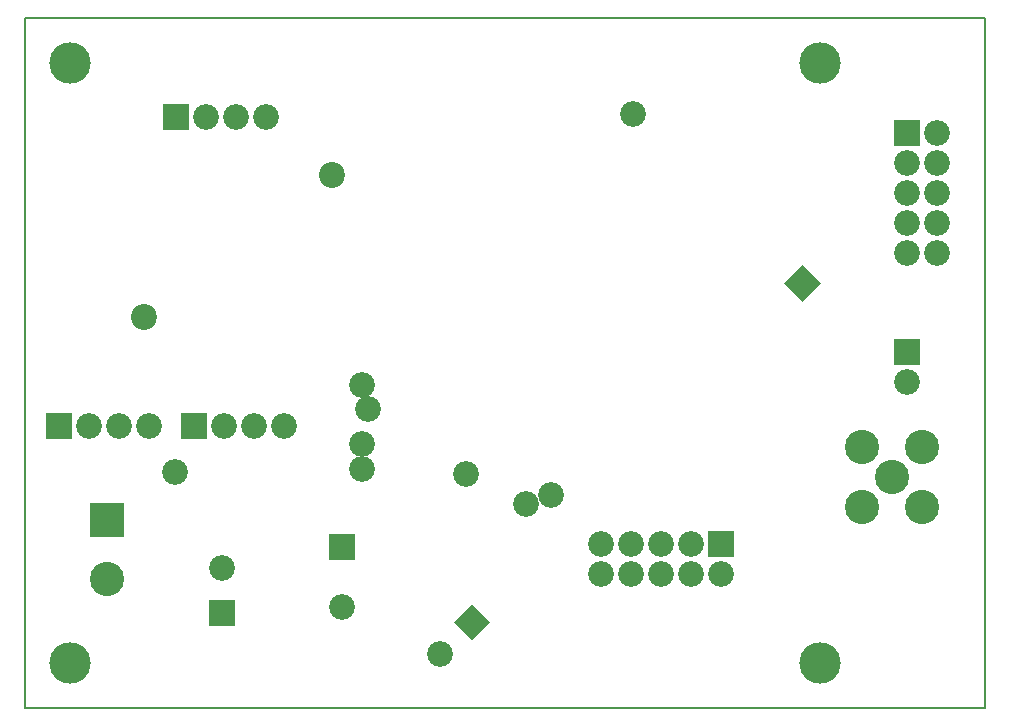
<source format=gts>
%TF.FileFunction,Soldermask,Top*%
%FSLAX46Y46*%
G04 Gerber Fmt 4.6, Leading zero omitted, Abs format (unit mm)*
G04 Created by KiCad (PCBNEW (2014-08-20 BZR 5085)-product) date Wed 10 Sep 2014 10:30:42 AM EEST*
%MOMM*%
G01*
G04 APERTURE LIST*
%ADD10C,0.150000*%
%ADD11C,2.900000*%
%ADD12R,2.178000X2.178000*%
%ADD13C,2.178000*%
%ADD14C,2.200000*%
%ADD15R,2.899360X2.899360*%
%ADD16C,2.899360*%
%ADD17C,3.501340*%
G04 APERTURE END LIST*
D10*
X0Y0D02*
X81280000Y0D01*
X0Y-58420000D02*
X0Y0D01*
X81280000Y-58420000D02*
X0Y-58420000D01*
X81280000Y0D02*
X81280000Y-58420000D01*
D11*
X73406000Y-38862000D03*
X70866000Y-36322000D03*
X70866000Y-41402000D03*
X75946000Y-41402000D03*
X75946000Y-36322000D03*
D12*
X16700500Y-50355500D03*
D13*
X16700500Y-46545500D03*
D10*
G36*
X37846000Y-49640921D02*
X39386079Y-51181000D01*
X37846000Y-52721079D01*
X36305921Y-51181000D01*
X37846000Y-49640921D01*
X37846000Y-49640921D01*
G37*
D13*
X35151923Y-53875077D03*
D12*
X26860500Y-44767500D03*
D13*
X26860500Y-49847500D03*
D14*
X25980000Y-13314000D03*
X10080000Y-25314000D03*
D10*
G36*
X67389579Y-22479000D02*
X65849500Y-24019079D01*
X64309421Y-22479000D01*
X65849500Y-20938921D01*
X67389579Y-22479000D01*
X67389579Y-22479000D01*
G37*
D13*
X51481090Y-8110590D03*
D15*
X6985000Y-42545000D03*
D16*
X6985000Y-47546260D03*
D12*
X74676000Y-28321000D03*
D13*
X74676000Y-30861000D03*
D12*
X74676000Y-9779000D03*
D13*
X77216000Y-9779000D03*
X74676000Y-12319000D03*
X77216000Y-12319000D03*
X74676000Y-14859000D03*
X77216000Y-14859000D03*
X74676000Y-17399000D03*
X77216000Y-17399000D03*
X74676000Y-19939000D03*
X77216000Y-19939000D03*
D12*
X58928000Y-44577000D03*
D13*
X58928000Y-47117000D03*
X56388000Y-44577000D03*
X56388000Y-47117000D03*
X53848000Y-44577000D03*
X53848000Y-47117000D03*
X51308000Y-44577000D03*
X51308000Y-47117000D03*
X48768000Y-44577000D03*
X48768000Y-47117000D03*
D12*
X14351000Y-34544000D03*
D13*
X16891000Y-34544000D03*
X19431000Y-34544000D03*
X21971000Y-34544000D03*
D12*
X2921000Y-34544000D03*
D13*
X5461000Y-34544000D03*
X8001000Y-34544000D03*
X10541000Y-34544000D03*
D12*
X12827000Y-8382000D03*
D13*
X15367000Y-8382000D03*
X17907000Y-8382000D03*
X20447000Y-8382000D03*
D17*
X67310000Y-3810000D03*
X3810000Y-3810000D03*
X3810000Y-54610000D03*
X67310000Y-54610000D03*
D13*
X42418000Y-41148000D03*
X28575000Y-38227000D03*
X44577000Y-40386000D03*
X28575000Y-31115000D03*
X12700000Y-38481000D03*
X29083000Y-33147000D03*
X28575000Y-36068000D03*
X37338000Y-38608000D03*
M02*

</source>
